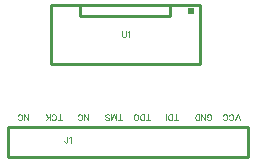
<source format=gbr>
%TF.GenerationSoftware,Novarm,DipTrace,3.2.0.1*%
%TF.CreationDate,2018-06-25T19:00:36-08:00*%
%FSLAX26Y26*%
%MOIN*%
%TF.FileFunction,Legend,Top*%
%TF.Part,Single*%
%ADD10C,0.009843*%
%ADD31C,0.003088*%
G75*
G01*
%LPD*%
X1035520Y913758D2*
D10*
X539457D1*
Y716905D1*
X1035520D1*
Y913758D1*
G36*
X1014437Y901247D2*
X995686D1*
Y882510D1*
X1014437D1*
Y901247D1*
G37*
X933231Y913758D2*
D10*
X633213D1*
Y876255D1*
X933231D1*
Y913758D1*
X393199Y507201D2*
X1193199D1*
X393199Y407201D2*
Y507201D1*
Y407201D2*
X1193199D1*
Y507201D1*
X775303Y825818D2*
D31*
Y811470D1*
X776254Y808596D1*
X778177Y806695D1*
X781051Y805722D1*
X782952D1*
X785826Y806695D1*
X787750Y808596D1*
X788700Y811470D1*
Y825818D1*
X794876Y821971D2*
X796799Y822944D1*
X799673Y825796D1*
Y805722D1*
X592499Y473990D2*
Y458691D1*
X591549Y455817D1*
X590576Y454867D1*
X588675Y453894D1*
X586751D1*
X584850Y454867D1*
X583899Y455817D1*
X582927Y458691D1*
Y460593D1*
X598675Y470143D2*
X600598Y471116D1*
X603472Y473968D1*
Y453894D1*
X1167487Y528383D2*
X1159838Y548479D1*
X1152189Y528383D1*
X1131665Y533159D2*
X1132616Y531257D1*
X1134539Y529334D1*
X1136441Y528383D1*
X1140265D1*
X1142189Y529334D1*
X1144090Y531257D1*
X1145063Y533159D1*
X1146013Y536033D1*
Y540830D1*
X1145063Y543682D1*
X1144090Y545605D1*
X1142189Y547507D1*
X1140265Y548479D1*
X1136441D1*
X1134539Y547507D1*
X1132616Y545605D1*
X1131665Y543682D1*
X1111142Y533159D2*
X1112092Y531257D1*
X1114016Y529334D1*
X1115917Y528383D1*
X1119742D1*
X1121665Y529334D1*
X1123566Y531257D1*
X1124539Y533159D1*
X1125490Y536033D1*
Y540830D1*
X1124539Y543682D1*
X1123566Y545605D1*
X1121665Y547506D1*
X1119742Y548479D1*
X1115917D1*
X1114016Y547506D1*
X1112092Y545605D1*
X1111142Y543682D1*
X447839Y528383D2*
X447840Y548479D1*
X461237Y528383D1*
Y548479D1*
X427316Y533159D2*
X428266Y531257D1*
X430190Y529334D1*
X432091Y528383D1*
X435916D1*
X437839Y529334D1*
X439740Y531257D1*
X440713Y533159D1*
X441664Y536033D1*
Y540830D1*
X440713Y543682D1*
X439740Y545605D1*
X437839Y547507D1*
X435916Y548479D1*
X432091D1*
X430190Y547507D1*
X428267Y545605D1*
X427316Y543682D1*
X567038Y528382D2*
Y548478D1*
X573737Y528382D2*
X560339D1*
X539816Y533157D2*
X540766Y531256D1*
X542690Y529333D1*
X544591Y528382D1*
X548416D1*
X550339Y529333D1*
X552240Y531256D1*
X553213Y533157D1*
X554164Y536031D1*
Y540829D1*
X553213Y543681D1*
X552240Y545604D1*
X550339Y547505D1*
X548416Y548478D1*
X544591D1*
X542690Y547505D1*
X540767Y545604D1*
X539816Y543681D1*
X533640Y528382D2*
Y548478D1*
X520243Y528382D2*
X533640Y541779D1*
X528865Y536982D2*
X520243Y548478D1*
X647839Y528382D2*
X647840Y548478D1*
X661237Y528382D1*
Y548478D1*
X627316Y533157D2*
X628266Y531256D1*
X630190Y529333D1*
X632091Y528382D1*
X635916D1*
X637839Y529333D1*
X639740Y531256D1*
X640713Y533157D1*
X641664Y536031D1*
Y540829D1*
X640713Y543681D1*
X639740Y545604D1*
X637839Y547505D1*
X635916Y548478D1*
X632091D1*
X630190Y547505D1*
X628267Y545604D1*
X627316Y543681D1*
X860787Y528382D2*
X860788Y548478D1*
X867486Y528382D2*
X854089D1*
X847913D2*
Y548478D1*
X841215D1*
X838341Y547505D1*
X836417Y545604D1*
X835467Y543681D1*
X834516Y540829D1*
Y536031D1*
X835466Y533157D1*
X836417Y531256D1*
X838340Y529333D1*
X841214Y528382D1*
X847913D1*
X822592D2*
X824516Y529333D1*
X826417Y531256D1*
X827390Y533157D1*
X828340Y536031D1*
Y540829D1*
X827390Y543681D1*
X826417Y545604D1*
X824516Y547505D1*
X822592Y548478D1*
X818768D1*
X816866Y547505D1*
X814943Y545604D1*
X813992Y543681D1*
X813042Y540829D1*
Y536031D1*
X813992Y533157D1*
X814943Y531256D1*
X816866Y529333D1*
X818767Y528382D1*
X822592D1*
X767038Y528383D2*
Y548479D1*
X773737Y528383D2*
X760339D1*
X738865Y548479D2*
Y528383D1*
X746515Y548479D1*
X754164Y528383D1*
Y548479D1*
X719292Y531257D2*
X721193Y529334D1*
X724067Y528383D1*
X727892D1*
X730766Y529334D1*
X732690Y531257D1*
Y533159D1*
X731717Y535082D1*
X730766Y536033D1*
X728865Y536983D1*
X723117Y538907D1*
X721194Y539857D1*
X720243Y540830D1*
X719292Y542731D1*
Y545605D1*
X721194Y547506D1*
X724068Y548479D1*
X727892D1*
X730766Y547506D1*
X732690Y545605D1*
X954537Y528383D2*
Y548479D1*
X961235Y528383D2*
X947838D1*
X941662D2*
X941663Y548479D1*
X934964D1*
X932090Y547507D1*
X930166Y545605D1*
X929216Y543682D1*
X928265Y540830D1*
Y536033D1*
X929216Y533159D1*
X930166Y531257D1*
X932090Y529334D1*
X934964Y528383D1*
X941662D1*
X922089D2*
X922090Y548479D1*
X1057919Y533157D2*
X1058870Y531256D1*
X1060793Y529333D1*
X1062694Y528382D1*
X1066519D1*
X1068442Y529333D1*
X1070344Y531256D1*
X1071316Y533157D1*
X1072267Y536031D1*
Y540829D1*
X1071316Y543681D1*
X1070344Y545604D1*
X1068442Y547505D1*
X1066519Y548478D1*
X1062694D1*
X1060793Y547505D1*
X1058870Y545604D1*
X1057919Y543681D1*
Y540829D1*
X1062694D1*
X1038346Y528382D2*
Y548478D1*
X1051743Y528382D1*
Y548478D1*
X1032170Y528382D2*
Y548478D1*
X1025472D1*
X1022598Y547505D1*
X1020674Y545604D1*
X1019724Y543681D1*
X1018773Y540829D1*
Y536031D1*
X1019724Y533157D1*
X1020674Y531256D1*
X1022598Y529333D1*
X1025472Y528382D1*
X1032170D1*
M02*

</source>
